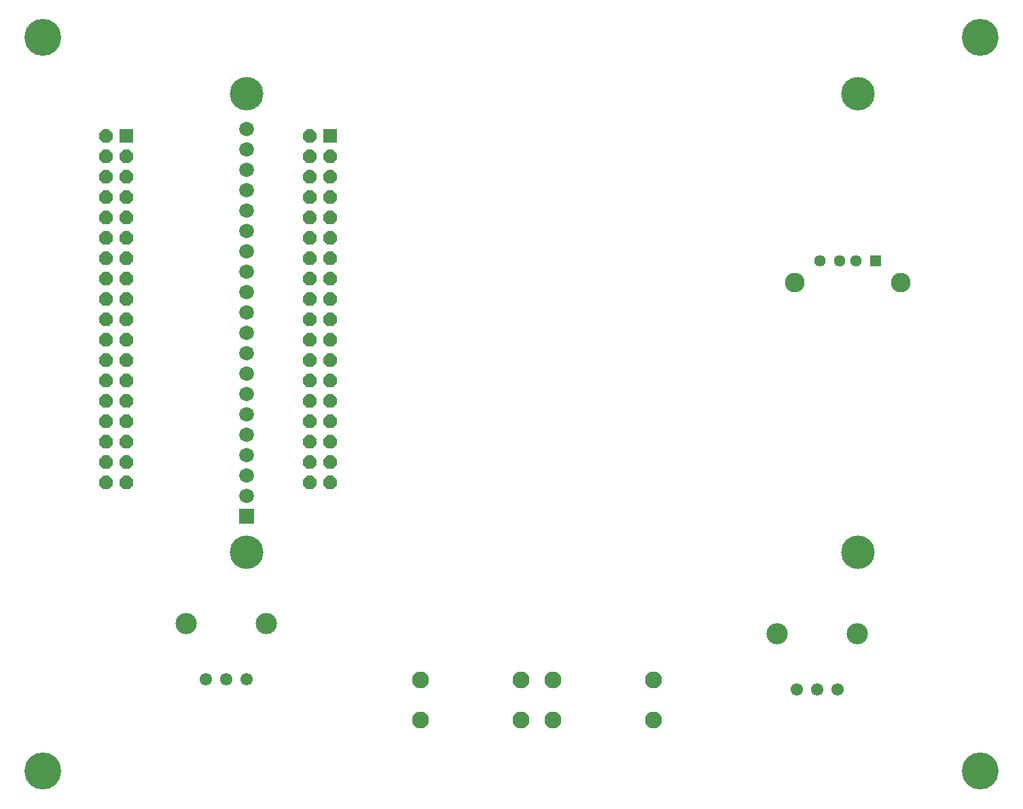
<source format=gbr>
G04 EAGLE Gerber RS-274X export*
G75*
%MOMM*%
%FSLAX34Y34*%
%LPD*%
%INSoldermask Bottom*%
%IPPOS*%
%AMOC8*
5,1,8,0,0,1.08239X$1,22.5*%
G01*
%ADD10C,1.552400*%
%ADD11C,2.652400*%
%ADD12C,2.112400*%
%ADD13R,1.440400X1.440400*%
%ADD14C,1.440400*%
%ADD15C,2.452400*%
%ADD16R,1.676400X1.676400*%
%ADD17P,1.814519X8X292.500000*%
%ADD18R,1.828800X1.828800*%
%ADD19C,1.828800*%
%ADD20C,4.168400*%
%ADD21C,4.597400*%


D10*
X254400Y165100D03*
X279400Y165100D03*
X304400Y165100D03*
D11*
X229400Y235100D03*
X329400Y235100D03*
D12*
X646700Y164700D03*
X646700Y114700D03*
X521700Y114700D03*
X521700Y164700D03*
D13*
X1089100Y687400D03*
D14*
X1064100Y687400D03*
X1044100Y687400D03*
X1019100Y687400D03*
D15*
X1119800Y660300D03*
X988400Y660300D03*
D10*
X991000Y152400D03*
X1016000Y152400D03*
X1041000Y152400D03*
D11*
X966000Y222400D03*
X1066000Y222400D03*
D12*
X811800Y164700D03*
X811800Y114700D03*
X686800Y114700D03*
X686800Y164700D03*
D16*
X409200Y842600D03*
D17*
X383800Y842600D03*
X409200Y817200D03*
X383800Y817200D03*
X409200Y791800D03*
X383800Y791800D03*
X409200Y766400D03*
X383800Y766400D03*
X409200Y741000D03*
X383800Y741000D03*
X409200Y715600D03*
X383800Y715600D03*
X409200Y690200D03*
X383800Y690200D03*
X409200Y664800D03*
X383800Y664800D03*
X409200Y639400D03*
X383800Y639400D03*
X409200Y614000D03*
X383800Y614000D03*
X409200Y588600D03*
X383800Y588600D03*
X409200Y563200D03*
X383800Y563200D03*
X409200Y537800D03*
X383800Y537800D03*
X409200Y512400D03*
X383800Y512400D03*
X409200Y487000D03*
X383800Y487000D03*
X409200Y461600D03*
X383800Y461600D03*
X409200Y436200D03*
X383800Y436200D03*
X409200Y410800D03*
X383800Y410800D03*
D16*
X155200Y842600D03*
D17*
X129800Y842600D03*
X155200Y817200D03*
X129800Y817200D03*
X155200Y791800D03*
X129800Y791800D03*
X155200Y766400D03*
X129800Y766400D03*
X155200Y741000D03*
X129800Y741000D03*
X155200Y715600D03*
X129800Y715600D03*
X155200Y690200D03*
X129800Y690200D03*
X155200Y664800D03*
X129800Y664800D03*
X155200Y639400D03*
X129800Y639400D03*
X155200Y614000D03*
X129800Y614000D03*
X155200Y588600D03*
X129800Y588600D03*
X155200Y563200D03*
X129800Y563200D03*
X155200Y537800D03*
X129800Y537800D03*
X155200Y512400D03*
X129800Y512400D03*
X155200Y487000D03*
X129800Y487000D03*
X155200Y461600D03*
X129800Y461600D03*
X155200Y436200D03*
X129800Y436200D03*
X155200Y410800D03*
X129800Y410800D03*
D18*
X304800Y368300D03*
D19*
X304800Y393700D03*
X304800Y419100D03*
X304800Y444500D03*
X304800Y469900D03*
X304800Y495300D03*
X304800Y520700D03*
X304800Y546100D03*
X304800Y571500D03*
X304800Y596900D03*
X304800Y622300D03*
X304800Y647700D03*
X304800Y673100D03*
X304800Y698500D03*
X304800Y723900D03*
X304800Y749300D03*
X304800Y774700D03*
X304800Y800100D03*
X304800Y825500D03*
X304800Y850900D03*
D20*
X304800Y323850D03*
X304800Y895350D03*
X1066800Y323850D03*
X1066800Y895350D03*
D21*
X1219200Y965200D03*
X50800Y965200D03*
X50800Y50800D03*
X1219200Y50800D03*
M02*

</source>
